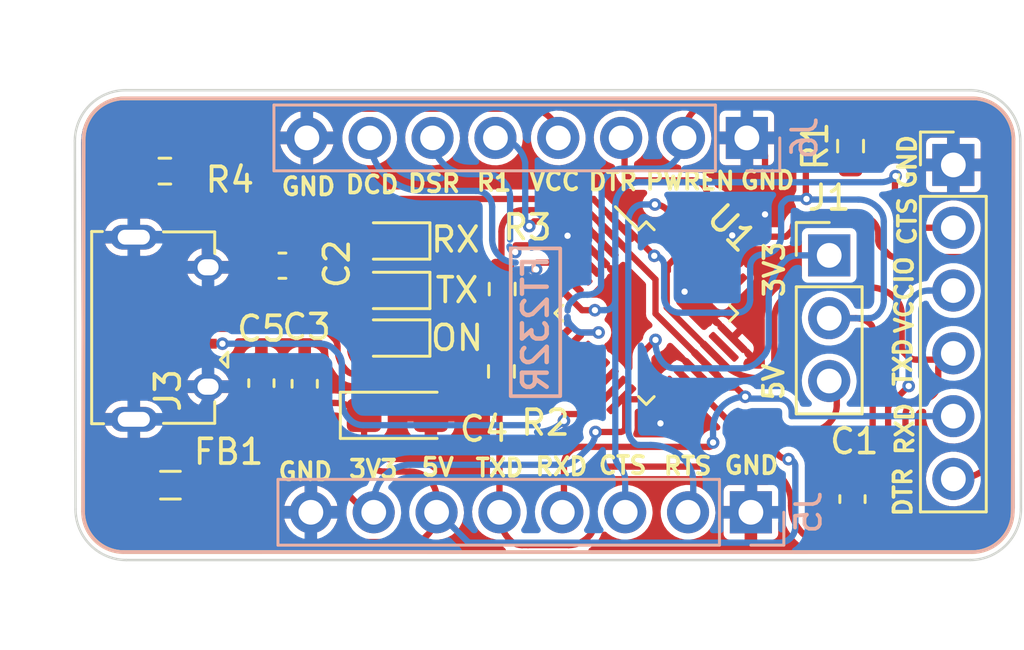
<source format=kicad_pcb>
(kicad_pcb (version 20211014) (generator pcbnew)
  (title_block (title "FDTI MCU Programmer") (date "2022-08-10") (rev "REV1.0"))
  (layers (0 "F.Cu" signal) (31 "B.Cu" signal) (34 "B.Paste" user) (35 "F.Paste" user) (36 "B.SilkS" user "B.Silkscreen") (37 "F.SilkS" user "F.Silkscreen") (38 "B.Mask" user) (39 "F.Mask" user) (44 "Edge.Cuts" user))
  (net 0 "")
  (net 1 "Net-(C1-Pad1)")
  (net 2 "/VCCIO")
  (net 3 "GND")
  (net 4 "VBUS")
  (net 5 "/5V")
  (net 6 "/3V3")
  (net 7 "Net-(D1-Pad1)")
  (net 8 "Net-(D2-Pad1)")
  (net 9 "Net-(D3-Pad2)")
  (net 10 "/CTS")
  (net 11 "/TXD")
  (net 12 "/RXD")
  (net 13 "/DTR")
  (net 14 "USBDM")
  (net 15 "USBDP")
  (net 16 "/RTS")
  (net 17 "/PWREN")
  (net 18 "/R1")
  (net 19 "/DSR")
  (net 20 "/DCD")
  (footprint "Footprints:USB_Micro-AB_Molex_47590-0001" (layer "F.Cu") (at 127.094 58.9788 -90)
    (fp_text reference "J3")
    (fp_text value "USB_B_Micro")
  )
  (footprint "LED_SMD:LED_0603_1608Metric" (layer "F.Cu") (at 137.575 57.475 180)
    (fp_text reference "TX")
    (fp_text value "LED(RED)")
  )
  (footprint "LED_SMD:LED_0603_1608Metric" (layer "F.Cu") (at 137.575 59.4 180)
    (fp_text reference "ON")
    (fp_text value "LED(BLUE)")
  )
  (footprint "Resistor_SMD:R_0603_1608Metric" (layer "F.Cu") (at 141.98 57.42 90)
    (fp_text reference "R3")
    (fp_text value "270R")
  )
  (footprint "Capacitor_SMD:C_0603_1608Metric" (layer "F.Cu") (at 134 61.25 -90)
    (fp_text reference "C3")
    (fp_text value "100nF")
  )
  (footprint "Resistor_SMD:R_0603_1608Metric" (layer "F.Cu") (at 156.0576 51.6382 90)
    (fp_text reference "R1")
    (fp_text value "10K")
  )
  (footprint "Inductor_SMD:L_0805_2012Metric" (layer "F.Cu") (at 128.575 65.35)
    (fp_text reference "FB1")
    (fp_text value "FerriteBead_Small")
  )
  (footprint "Capacitor_Tantalum_SMD:CP_EIA-3216-10_Kemet-I" (layer "F.Cu") (at 137.75 62.525)
    (fp_text reference "C4")
    (fp_text value "4.7uF")
  )
  (footprint "LED_SMD:LED_0603_1608Metric" (layer "F.Cu") (at 137.575 55.475 180)
    (fp_text reference "RX")
    (fp_text value "LED(YELLOW)")
  )
  (footprint "Package_QFP:LQFP-32_5x5mm_P0.5mm" (layer "F.Cu") (at 147.8026 58.3946 -45)
    (fp_text reference "U1")
    (fp_text value "FT232RQ")
  )
  (footprint "Footprints:PinHeader_1x06_P2.54mm_Vertical" (layer "F.Cu") (at 160.21 52.4)
    (fp_text reference "J2" hide)
    (fp_text value "MCU IO")
  )
  (footprint "Footprints:PinHeader_1x03_P2.54mm_Vertical" (layer "F.Cu") (at 155.194 56.0578)
    (fp_text reference "J1")
    (fp_text value "VCC MCU Select")
  )
  (footprint "Capacitor_SMD:C_0603_1608Metric" (layer "F.Cu") (at 132.25 61.225 90)
    (fp_text reference "C5")
    (fp_text value "100nF")
  )
  (footprint "Capacitor_SMD:C_0603_1608Metric" (layer "F.Cu") (at 156.1338 65.913 -90)
    (fp_text reference "C1")
    (fp_text value "100nF")
  )
  (footprint "Resistor_SMD:R_0603_1608Metric" (layer "F.Cu") (at 128.35 52.65 180)
    (fp_text reference "R4")
    (fp_text value "270R")
  )
  (footprint "Resistor_SMD:R_0603_1608Metric" (layer "F.Cu") (at 141.95 60.75 -90)
    (fp_text reference "R2")
    (fp_text value "270R")
  )
  (footprint "Capacitor_SMD:C_0603_1608Metric" (layer "F.Cu") (at 133.1 56.475)
    (fp_text reference "C2")
    (fp_text value "10nF")
  )
  (footprint "Footprints:PinHeader_1x08_P2.54mm_Vertical" (layer "B.Cu") (at 152.0294 66.4464 90)
    (fp_text reference "J5")
    (fp_text value "BreadBoard IO")
  )
  (footprint "Footprints:PinHeader_1x08_P2.54mm_Vertical" (layer "B.Cu") (at 151.8666 51.308 90)
    (fp_text reference "J6")
    (fp_text value "BreadBoard IO")
  )
  (gr_rect (start 142.325 55.775) (end 144.325 61.75) (layer "B.SilkS") (width 0.15) (fill none))
  (gr_arc (start 162.610995 66.430649) (mid 162.118474 67.581688) (end 160.959995 68.056444) (layer "B.SilkS") (width 0.15))
  (gr_line (start 162.636395 51.3588) (end 162.610995 66.430649) (layer "B.SilkS") (width 0.15))
  (gr_line (start 126.669995 68.056444) (end 160.959995 68.056444) (layer "B.SilkS") (width 0.15))
  (gr_arc (start 161.0106 49.7078) (mid 162.161639 50.200321) (end 162.636395 51.3588) (layer "B.SilkS") (width 0.15))
  (gr_arc (start 125.0696 51.333595) (mid 125.562121 50.182556) (end 126.7206 49.7078) (layer "B.SilkS") (width 0.15))
  (gr_line (start 126.7206 49.7078) (end 161.0106 49.7078) (layer "B.SilkS") (width 0.15))
  (gr_line (start 125.0696 51.333595) (end 125.0442 66.405444) (layer "B.SilkS") (width 0.15))
  (gr_arc (start 126.669995 68.056444) (mid 125.518956 67.563923) (end 125.0442 66.405444) (layer "B.SilkS") (width 0.15))
  (gr_line (start 125.0696 51.333595) (end 125.0442 66.405444) (layer "F.SilkS") (width 0.15))
  (gr_arc (start 125.0696 51.333595) (mid 125.562044 50.182478) (end 126.7206 49.7078) (layer "F.SilkS") (width 0.15))
  (gr_line (start 162.636395 51.3588) (end 162.610995 66.430649) (layer "F.SilkS") (width 0.15))
  (gr_line (start 126.7206 49.7078) (end 161.0106 49.7078) (layer "F.SilkS") (width 0.15))
  (gr_arc (start 126.669995 68.056444) (mid 125.518878 67.564) (end 125.0442 66.405444) (layer "F.SilkS") (width 0.15))
  (gr_line (start 126.669995 68.056444) (end 160.959995 68.056444) (layer "F.SilkS") (width 0.15))
  (gr_arc (start 161.0106 49.7078) (mid 162.161717 50.200244) (end 162.636395 51.3588) (layer "F.SilkS") (width 0.15))
  (gr_arc (start 162.610995 66.430649) (mid 162.118551 67.581766) (end 160.959995 68.056444) (layer "F.SilkS") (width 0.15))
  (gr_line (start 124.714 51.435) (end 124.7394 66.3194) (layer "Edge.Cuts") (width 0.1))
  (gr_arc (start 126.7968 68.3768) (mid 125.341999 67.774201) (end 124.7394 66.3194) (layer "Edge.Cuts") (width 0.1))
  (gr_arc (start 160.8582 49.3776) (mid 162.313001 49.980199) (end 162.9156 51.435) (layer "Edge.Cuts") (width 0.1))
  (gr_line (start 126.7714 49.3776) (end 160.8582 49.3776) (layer "Edge.Cuts") (width 0.1))
  (gr_line (start 126.7968 68.3768) (end 160.8836 68.3768) (layer "Edge.Cuts") (width 0.1))
  (gr_line (start 162.9156 51.435) (end 162.941 66.3194) (layer "Edge.Cuts") (width 0.1))
  (gr_arc (start 162.941 66.3194) (mid 162.338401 67.774201) (end 160.8836 68.3768) (layer "Edge.Cuts") (width 0.1))
  (gr_arc (start 124.714 51.435) (mid 125.316599 49.980199) (end 126.7714 49.3776) (layer "Edge.Cuts") (width 0.1))
  (gr_text "FT232R" (at 143.325 58.825 90) (layer "B.SilkS") (effects (font (size 1 1) (thickness 0.18)) (justify mirror)))
  (gr_text "5V" (at 139.375 64.625) (layer "F.SilkS") (effects (font (size 0.7 0.7))))
  (gr_text "GND" (at 134.15 53.275) (layer "F.SilkS") (effects (font (size 0.7 0.7))))
  (gr_text "GND" (at 134.025 64.8) (layer "F.SilkS") (effects (font (size 0.7 0.7))))
  (gr_text "RXD" (at 144.375 64.6) (layer "F.SilkS") (effects (font (size 0.7 0.7))))
  (gr_text "TXD" (at 141.875 64.65) (layer "F.SilkS") (effects (font (size 0.7 0.7))))
  (gr_text "5V" (at 152.95 61.175 90) (layer "F.SilkS") (effects (font (size 0.8 0.8))))
  (gr_text "TXD" (at 158.175 60.375 90) (layer "F.SilkS") (effects (font (size 0.7 0.7))))
  (gr_text "CTS\n" (at 146.85 64.55) (layer "F.SilkS") (effects (font (size 0.7 0.7))))
  (gr_text "VCCIO" (at 158.225 57.65 90) (layer "F.SilkS") (effects (font (size 0.7 0.7))))
  (gr_text "DTR" (at 146.45 53.075) (layer "F.SilkS") (effects (font (size 0.7 0.7))))
  (gr_text "PWREN" (at 149.575 53.05) (layer "F.SilkS") (effects (font (size 0.7 0.7))))
  (gr_text "DSR" (at 139.225 53.15) (layer "F.SilkS") (effects (font (size 0.7 0.7))))
  (gr_text "DTR" (at 158.175 65.625 90) (layer "F.SilkS") (effects (font (size 0.7 0.7))))
  (gr_text "CTS" (at 158.35 54.675 90) (layer "F.SilkS") (effects (font (size 0.7 0.7))))
  (gr_text "3V3" (at 152.975 56.625 90) (layer "F.SilkS") (effects (font (size 0.8 0.8))))
  (gr_text "3V3" (at 136.775 64.7) (layer "F.SilkS") (effects (font (size 0.7 0.7))))
  (gr_text "R1" (at 141.65 53.1) (layer "F.SilkS") (effects (font (size 0.7 0.7))))
  (gr_text "GND" (at 152.7 53.025) (layer "F.SilkS") (effects (font (size 0.7 0.7))))
  (gr_text "GND" (at 158.35 52.275 90) (layer "F.SilkS") (effects (font (size 0.7 0.7))))
  (gr_text "RTS" (at 149.475 64.575) (layer "F.SilkS") (effects (font (size 0.7 0.7))))
  (gr_text "DCD" (at 136.725 53.2) (layer "F.SilkS") (effects (font (size 0.7 0.7))))
  (gr_text "RXD" (at 158.25 63.075 90) (layer "F.SilkS") (effects (font (size 0.7 0.7))))
  (gr_text "GND" (at 152.05 64.55) (layer "F.SilkS") (effects (font (size 0.7 0.7))))
  (gr_text "VCC" (at 144.1 53.075) (layer "F.SilkS") (effects (font (size 0.7 0.7))))
  (segment (start 157.575 62.171923) (end 157.575 64.446447) (width 0.254) (layer "F.Cu") (net 1))
  (segment (start 157.11255 65.138) (end 156.1338 65.138) (width 0.254) (layer "F.Cu") (net 1))
  (segment (start 158.405116 61.341807) (end 157.575 62.171923) (width 0.254) (layer "F.Cu") (net 1))
  (via (at 158.405116 61.341807) (size 0.508) (drill 0.254) (layers "F.Cu" "B.Cu") (net 1))
  (arc (start 157.325 65.05) (mid 157.227527 65.11513) (end 157.11255 65.138) (width 0.254) (layer "F.Cu") (net 1))
  (arc (start 157.575 64.446447) (mid 157.510032 64.773088) (end 157.325 65.05) (width 0.254) (layer "F.Cu") (net 1))
  (segment (start 160.21 57.48) (end 159.216482 57.48) (width 0.254) (layer "B.Cu") (net 1))
  (segment (start 158.405116 58.255846) (end 158.405116 61.341807) (width 0.254) (layer "B.Cu") (net 1))
  (arc (start 159.216482 57.48) (mid 158.896375 57.543673) (end 158.625 57.725) (width 0.254) (layer "B.Cu") (net 1))
  (arc (start 158.625 57.725) (mid 158.462262 57.968554) (end 158.405116 58.255846) (width 0.254) (layer "B.Cu") (net 1))
  (segment (start 154.25 51.875) (end 154.25 53.714645) (width 0.254) (layer "F.Cu") (net 2))
  (segment (start 136.7125 55.5) (end 136.7125 57.35429) (width 0.254) (layer "F.Cu") (net 2))
  (segment (start 154.55 65.896447) (end 154.55 64.625) (width 0.254) (layer "F.Cu") (net 2))
  (segment (start 145.675 53.792126) (end 145.675 53.775) (width 0.254) (layer "F.Cu") (net 2))
  (segment (start 156.1338 66.688) (end 155.253872 66.688) (width 0.254) (layer "F.Cu") (net 2))
  (segment (start 154.832843 63.942158) (end 154.875 63.9) (width 0.254) (layer "F.Cu") (net 2))
  (segment (start 156.95 63.148224) (end 156.95 59.031066) (width 0.254) (layer "F.Cu") (net 2))
  (segment (start 156.0576 50.8132) (end 155.3118 50.8132) (width 0.254) (layer "F.Cu") (net 2))
  (segment (start 147.080275 55.030275) (end 148.125 56.075) (width 0.254) (layer "F.Cu") (net 2))
  (segment (start 155.418198 63.675) (end 156.281802 63.675) (width 0.254) (layer "F.Cu") (net 2))
  (segment (start 145.675 53.775) (end 137.4 53.775) (width 0.254) (layer "F.Cu") (net 2))
  (segment (start 146.794973 54.912099) (end 145.675 53.792126) (width 0.254) (layer "F.Cu") (net 2))
  (segment (start 136.625 54.55) (end 136.625 55.288757) (width 0.254) (layer "F.Cu") (net 2))
  (segment (start 156.266136 58.5978) (end 155.194 58.5978) (width 0.254) (layer "F.Cu") (net 2))
  (via (at 154.275 53.775) (size 0.508) (drill 0.254) (layers "F.Cu" "B.Cu") (net 2))
  (via (at 148.125 56.075) (size 0.508) (drill 0.254) (layers "F.Cu" "B.Cu") (net 2))
  (arc (start 156.281802 63.675) (mid 156.575779 63.616524) (end 156.825 63.45) (width 0.254) (layer "F.Cu") (net 2))
  (arc (start 137.4 53.775) (mid 136.851992 54.001992) (end 136.625 54.55) (width 0.254) (layer "F.Cu") (net 2))
  (arc (start 154.875 63.9) (mid 155.124221 63.733476) (end 155.418198 63.675) (width 0.254) (layer "F.Cu") (net 2))
  (arc (start 146.794973 54.912099) (mid 146.949377 54.942812) (end 147.080275 55.030275) (width 0.254) (layer "F.Cu") (net 2))
  (arc (start 136.7125 57.35429) (mid 136.699505 57.419618) (end 136.6625 57.475) (width 0.254) (layer "F.Cu") (net 2))
  (arc (start 136.625 55.288757) (mid 136.647741 55.403081) (end 136.7125 55.5) (width 0.254) (layer "F.Cu") (net 2))
  (arc (start 156.875 58.85) (mid 156.595651 58.663344) (end 156.266136 58.5978) (width 0.254) (layer "F.Cu") (net 2))
  (arc (start 155.253872 66.688) (mid 155.008238 66.63914) (end 154.8 66.5) (width 0.254) (layer "F.Cu") (net 2))
  (arc (start 156.95 59.031066) (mid 156.930508 58.933074) (end 156.875 58.85) (width 0.254) (layer "F.Cu") (net 2))
  (arc (start 154.25 53.714645) (mid 154.256498 53.747308) (end 154.275 53.775) (width 0.254) (layer "F.Cu") (net 2))
  (arc (start 155.3118 50.8132) (mid 154.560994 51.124194) (end 154.25 51.875) (width 0.254) (layer "F.Cu") (net 2))
  (arc (start 156.825 63.45) (mid 156.917514 63.311544) (end 156.95 63.148224) (width 0.254) (layer "F.Cu") (net 2))
  (arc (start 154.8 66.5) (mid 154.614973 66.223088) (end 154.55 65.896447) (width 0.254) (layer "F.Cu") (net 2))
  (arc (start 154.55 64.625) (mid 154.623508 64.255448) (end 154.832843 63.942158) (width 0.254) (layer "F.Cu") (net 2))
  (segment (start 156.375 53.8) (end 154.310355 53.8) (width 0.254) (layer "B.Cu") (net 2))
  (segment (start 152 57.85) (end 152 56.525) (width 0.254) (layer "B.Cu") (net 2))
  (segment (start 148.525 56.475) (end 148.525 57.75) (width 0.254) (layer "B.Cu") (net 2))
  (segment (start 153.625 53.75) (end 154.189645 53.75) (width 0.254) (layer "B.Cu") (net 2))
  (segment (start 153.25 55.275) (end 153.25 54.106066) (width 0.254) (layer "B.Cu") (net 2))
  (segment (start 153.325 53.925) (end 153.411611 53.838389) (width 0.254) (layer "B.Cu") (net 2))
  (segment (start 157.175 54.15) (end 157.143199 54.118199) (width 0.254) (layer "B.Cu") (net 2))
  (segment (start 157.15 58.45) (end 157.17019 58.42981) (width 0.254) (layer "B.Cu") (net 2))
  (segment (start 149.15 58.375) (end 151.475 58.375) (width 0.254) (layer "B.Cu") (net 2))
  (segment (start 155.194 58.5978) (end 156.79318 58.5978) (width 0.254) (layer "B.Cu") (net 2))
  (segment (start 157.4 57.875) (end 157.4 54.693198) (width 0.254) (layer "B.Cu") (net 2))
  (arc (start 157.4 54.693198) (mid 157.341524 54.399221) (end 157.175 54.15) (width 0.254) (layer "B.Cu") (net 2))
  (arc (start 153.25 54.106066) (mid 153.269492 54.008074) (end 153.325 53.925) (width 0.254) (layer "B.Cu") (net 2))
  (arc (start 157.143199 54.118199) (mid 156.790747 53.882697) (end 156.375 53.8) (width 0.254) (layer "B.Cu") (net 2))
  (arc (start 157.17019 58.42981) (mid 157.340275 58.175261) (end 157.4 57.875) (width 0.254) (layer "B.Cu") (net 2))
  (arc (start 152.5 56.025) (mid 153.03033 55.80533) (end 153.25 55.275) (width 0.254) (layer "B.Cu") (net 2))
  (arc (start 152 56.525) (mid 152.146447 56.171447) (end 152.5 56.025) (width 0.254) (layer "B.Cu") (net 2))
  (arc (start 148.125 56.075) (mid 148.407843 56.192157) (end 148.525 56.475) (width 0.254) (layer "B.Cu") (net 2))
  (arc (start 156.79318 58.5978) (mid 156.98629 58.559388) (end 157.15 58.45) (width 0.254) (layer "B.Cu") (net 2))
  (arc (start 151.475 58.375) (mid 151.846231 58.221231) (end 152 57.85) (width 0.254) (layer "B.Cu") (net 2))
  (arc (start 153.411611 53.838389) (mid 153.509514 53.772972) (end 153.625 53.75) (width 0.254) (layer "B.Cu") (net 2))
  (arc (start 148.525 57.75) (mid 148.708058 58.191942) (end 149.15 58.375) (width 0.254) (layer "B.Cu") (net 2))
  (segment (start 149.419722 60.365276) (end 149.870887 60.816441) (width 0.254) (layer "F.Cu") (net 3))
  (segment (start 148.375 60.45) (end 148.515901 60.309099) (width 0.254) (layer "F.Cu") (net 3))
  (segment (start 144.904026 55.175) (end 144.575 55.175) (width 0.254) (layer "F.Cu") (net 3))
  (segment (start 145.734313 55.972759) (end 145.701785 55.972759) (width 0.254) (layer "F.Cu") (net 3))
  (segment (start 151.775 56.189967) (end 150.931548 57.033419) (width 0.254) (layer "F.Cu") (net 3))
  (segment (start 127.094 58.9788) (end 127.094 62.6872) (width 0.254) (layer "F.Cu") (net 3))
  (segment (start 148.15 61.225) (end 148.15 60.993198) (width 0.254) (layer "F.Cu") (net 3))
  (segment (start 145.701785 55.972759) (end 145.202013 55.472987) (width 0.254) (layer "F.Cu") (net 3))
  (segment (start 149.5 57.525) (end 149.35 57.525) (width 0.254) (layer "F.Cu") (net 3))
  (segment (start 148.796355 61.871355) (end 148.15 61.225) (width 0.254) (layer "F.Cu") (net 3))
  (segment (start 152.6 52.0414) (end 152.6 54.4) (width 0.254) (layer "F.Cu") (net 3))
  (segment (start 127.094 55.3212) (end 127.094 58.9788) (width 0.254) (layer "F.Cu") (net 3))
  (segment (start 151.275 55.25) (end 151.775 55.75) (width 0.254) (layer "F.Cu") (net 3))
  (segment (start 144.575 55.175) (end 144.575 55.217229) (width 0.254) (layer "F.Cu") (net 3))
  (segment (start 151.775 55.75) (end 151.775 56.189967) (width 0.254) (layer "F.Cu") (net 3))
  (via (at 148.375 62.85) (size 0.508) (drill 0.254) (layers "F.Cu" "B.Cu") (net 3))
  (via (at 152.6 54.4) (size 0.508) (drill 0.254) (layers "F.Cu" "B.Cu") (net 3))
  (via (at 149.35 57.525) (size 0.508) (drill 0.254) (layers "F.Cu" "B.Cu") (net 3))
  (via (at 151.275 55.25) (size 0.508) (drill 0.254) (layers "F.Cu" "B.Cu") (net 3))
  (via (at 144.621271 55.2635) (size 0.508) (drill 0.254) (layers "F.Cu" "B.Cu") (net 3))
  (arc (start 148.810227 61.877101) (mid 148.80272 61.875608) (end 148.796355 61.871355) (width 0.254) (layer "F.Cu") (net 3))
  (arc (start 144.575 55.217229) (mid 144.588552 55.249948) (end 144.621271 55.2635) (width 0.254) (layer "F.Cu") (net 3))
  (arc (start 151.8666 51.308) (mid 152.385192 51.522808) (end 152.6 52.0414) (width 0.254) (layer "F.Cu") (net 3))
  (arc (start 145.202013 55.472987) (mid 145.114735 55.262278) (end 144.904026 55.175) (width 0.254) (layer "F.Cu") (net 3))
  (arc (start 148.515901 60.309099) (mid 148.692127 60.191349) (end 148.9 60.15) (width 0.254) (layer "F.Cu") (net 3))
  (arc (start 148.15 60.993198) (mid 148.208476 60.699222) (end 148.375 60.45) (width 0.254) (layer "F.Cu") (net 3))
  (arc (start 148.9 60.15) (mid 149.181272 60.205948) (end 149.419722 60.365276) (width 0.254) (layer "F.Cu") (net 3))
  (segment (start 152.6 54.4) (end 152.125 54.4) (width 0.254) (layer "B.Cu") (net 3))
  (segment (start 127.094 62.6872) (end 128.7732 62.6872) (width 0.254) (layer "B.Cu") (net 3))
  (arc (start 152.125 54.4) (mid 151.523959 54.648959) (end 151.275 55.25) (width 0.254) (layer "B.Cu") (net 3))
  (arc (start 128.7732 62.6872) (mid 129.707147 62.300347) (end 130.094 61.3664) (width 0.254) (layer "B.Cu") (net 3))
  (segment (start 128.525 60.925) (end 128.525 64.3375) (width 0.254) (layer "F.Cu") (net 4))
  (segment (start 133.423224 55.1) (end 131.810355 55.1) (width 0.25) (layer "F.Cu") (net 4))
  (segment (start 131.75 55.075) (end 131.356067 54.681067) (width 0.25) (layer "F.Cu") (net 4))
  (segment (start 129.769 60.157061) (end 129.767739 60.1558) (width 0.254) (layer "F.Cu") (net 4))
  (segment (start 129.3 54.425) (end 129.95 54.425) (width 0.254) (layer "F.Cu") (net 4))
  (segment (start 129.767739 60.1558) (end 129.2942 60.1558) (width 0.254) (layer "F.Cu") (net 4))
  (segment (start 129.95 54.425) (end 130.737868 54.425) (width 0.254) (layer "F.Cu") (net 4))
  (segment (start 129.1 55.1) (end 129.651256 54.548744) (width 0.254) (layer "F.Cu") (net 4))
  (segment (start 128.5 50.125) (end 143.0636 50.125) (width 0.254) (layer "F.Cu") (net 4))
  (segment (start 128.525 60.925) (end 128.525 56.488172) (width 0.254) (layer "F.Cu") (net 4))
  (segment (start 133.875 56.475) (end 133.875 55.587132) (width 0.25) (layer "F.Cu") (net 4))
  (segment (start 127.525 52.65) (end 127.525 51.1) (width 0.254) (layer "F.Cu") (net 4))
  (arc (start 128.525 56.488172) (mid 128.674437 55.736899) (end 129.1 55.1) (width 0.254) (layer "F.Cu") (net 4))
  (arc (start 127.525 51.1) (mid 127.810571 50.410571) (end 128.5 50.125) (width 0.254) (layer "F.Cu") (net 4))
  (arc (start 143.0636 50.125) (mid 143.900107 50.471493) (end 144.2466 51.308) (width 0.254) (layer "F.Cu") (net 4))
  (arc (start 133.875 55.587132) (mid 133.836016 55.391148) (end 133.725 55.225) (width 0.25) (layer "F.Cu") (net 4))
  (arc (start 127.525 52.65) (mid 128.044885 53.905115) (end 129.3 54.425) (width 0.254) (layer "F.Cu") (net 4))
  (arc (start 129.2942 60.1558) (mid 128.750293 60.381093) (end 128.525 60.925) (width 0.254) (layer "F.Cu") (net 4))
  (arc (start 131.810355 55.1) (mid 131.777691 55.093503) (end 131.75 55.075) (width 0.25) (layer "F.Cu") (net 4))
  (arc (start 129.651256 54.548744) (mid 129.788321 54.45716) (end 129.95 54.425) (width 0.254) (layer "F.Cu") (net 4))
  (arc (start 131.356067 54.681067) (mid 131.072435 54.49155) (end 130.737868 54.425) (width 0.25) (layer "F.Cu") (net 4))
  (arc (start 133.725 55.225) (mid 133.586544 55.132486) (end 133.423224 55.1) (width 0.25) (layer "F.Cu") (net 4))
  (arc (start 128.525 64.3375) (mid 128.228446 65.053446) (end 127.5125 65.35) (width 0.254) (layer "F.Cu") (net 4))
  (segment (start 129.6375 65.35) (end 131.175 65.35) (width 0.254) (layer "F.Cu") (net 5))
  (segment (start 138.925 67.4) (end 138.941056 67.383944) (width 0.254) (layer "F.Cu") (net 5))
  (segment (start 155.175 62.85) (end 155.199479 62.825521) (width 0.254) (layer "F.Cu") (net 5))
  (segment (start 149.564552 61.189553) (end 150.1 61.725) (width 0.254) (layer "F.Cu") (net 5))
  (segment (start 152.075 63.175) (end 152.975 63.175) (width 0.254) (layer "F.Cu") (net 5))
  (segment (start 152.975 63.725) (end 152.975 63.175) (width 0.254) (layer "F.Cu") (net 5))
  (segment (start 155.5 62.1) (end 155.5 61.876549) (width 0.254) (layer "F.Cu") (net 5))
  (segment (start 138.25 67.65) (end 138.321447 67.65) (width 0.254) (layer "F.Cu") (net 5))
  (segment (start 139.3294 65.859886) (end 139.3294 66.4464) (width 0.254) (layer "F.Cu") (net 5))
  (segment (start 132.269454 67.344455) (end 132.425 67.5) (width 0.254) (layer "F.Cu") (net 5))
  (segment (start 152.975 63.175) (end 154.390381 63.175) (width 0.254) (layer "F.Cu") (net 5))
  (segment (start 132.787132 67.65) (end 138.25 67.65) (width 0.254) (layer "F.Cu") (net 5))
  (segment (start 136.4 62.525) (end 136.4 63.911092) (width 0.254) (layer "F.Cu") (net 5))
  (segment (start 137.218198 64.8) (end 138.240381 64.8) (width 0.254) (layer "F.Cu") (net 5))
  (segment (start 131.729809 65.57981) (end 131.85 65.7) (width 0.254) (layer "F.Cu") (net 5))
  (segment (start 132.075 66.243198) (end 132.075 66.875) (width 0.254) (layer "F.Cu") (net 5))
  (segment (start 134 62.025) (end 135.192894 62.025) (width 0.254) (layer "F.Cu") (net 5))
  (segment (start 150.1 61.725) (end 151.178768 62.803768) (width 0.254) (layer "F.Cu") (net 5))
  (via (at 153.55 64.3) (size 0.508) (drill 0.254) (layers "F.Cu" "B.Cu") (net 5))
  (arc (start 149.517334 61.169994) (mid 149.542888 61.175077) (end 149.564552 61.189553) (width 0.254) (layer "F.Cu") (net 5))
  (arc (start 135.192894 62.025) (mid 135.846175 62.154946) (end 136.4 62.525) (width 0.254) (layer "F.Cu") (net 5))
  (arc (start 136.675 64.575) (mid 136.924221 64.741524) (end 137.218198 64.8) (width 0.254) (layer "F.Cu") (net 5))
  (arc (start 138.321447 67.65) (mid 138.648088 67.585027) (end 138.925 67.4) (width 0.254) (layer "F.Cu") (net 5))
  (arc (start 138.240381 64.8) (mid 138.665013 64.884465) (end 139.025 65.125) (width 0.254) (layer "F.Cu") (net 5))
  (arc (start 136.4 63.911092) (mid 136.47147 64.270396) (end 136.675 64.575) (width 0.254) (layer "F.Cu") (net 5))
  (arc (start 138.941056 67.383944) (mid 139.228473 66.953795) (end 139.3294 66.4464) (width 0.254) (layer "F.Cu") (net 5))
  (arc (start 155.5 61.876549) (mid 155.420473 61.476741) (end 155.194 61.1378) (width 0.254) (layer "F.Cu") (net 5))
  (arc (start 132.075 66.875) (mid 132.125537 67.129067) (end 132.269454 67.344455) (width 0.254) (layer "F.Cu") (net 5))
  (arc (start 131.85 65.7) (mid 132.016524 65.949221) (end 132.075 66.243198) (width 0.254) (layer "F.Cu") (net 5))
  (arc (start 139.025 65.125) (mid 139.250289 65.462169) (end 139.3294 65.859886) (width 0.254) (layer "F.Cu") (net 5))
  (arc (start 153.55 64.3) (mid 153.143414 64.131586) (end 152.975 63.725) (width 0.254) (layer "F.Cu") (net 5))
  (arc (start 154.390381 63.175) (mid 154.815014 63.090535) (end 155.175 62.85) (width 0.254) (layer "F.Cu") (net 5))
  (arc (start 151.178768 62.803768) (mid 151.589963 63.07852) (end 152.075 63.175) (width 0.254) (layer "F.Cu") (net 5))
  (arc (start 132.425 67.5) (mid 132.591148 67.611016) (end 132.787132 67.65) (width 0.254) (layer "F.Cu") (net 5))
  (arc (start 155.199479 62.825521) (mid 155.421897 62.492649) (end 155.5 62.1) (width 0.254) (layer "F.Cu") (net 5))
  (arc (start 131.175 65.35) (mid 131.475261 65.409726) (end 131.729809 65.57981) (width 0.254) (layer "F.Cu") (net 5))
  (segment (start 153.825 64.575) (end 153.825 67.025) (width 0.254) (layer "B.Cu") (net 5))
  (segment (start 153.175 67.675) (end 140.69571 67.675) (width 0.254) (layer "B.Cu") (net 5))
  (segment (start 140.575 67.625) (end 139.443776 66.493776) (width 0.254) (layer "B.Cu") (net 5))
  (arc (start 139.443776 66.493776) (mid 139.3913 66.458713) (end 139.3294 66.4464) (width 0.254) (layer "B.Cu") (net 5))
  (arc (start 153.55 64.3) (mid 153.744454 64.380546) (end 153.825 64.575) (width 0.254) (layer "B.Cu") (net 5))
  (arc (start 153.825 67.025) (mid 153.634619 67.484619) (end 153.175 67.675) (width 0.254) (layer "B.Cu") (net 5))
  (arc (start 140.69571 67.675) (mid 140.630382 67.662005) (end 140.575 67.625) (width 0.254) (layer "B.Cu") (net 5))
  (segment (start 132.25 62) (end 132.25 63.637868) (width 0.254) (layer "F.Cu") (net 6))
  (segment (start 135.9 65.875) (end 136.24654 66.22154) (width 0.254) (layer "F.Cu") (net 6))
  (segment (start 146.95 63) (end 146.95 62.032128) (width 0.254) (layer "F.Cu") (net 6))
  (segment (start 147.625 61.877101) (end 147.625 60.175) (width 0.254) (layer "F.Cu") (net 6))
  (segment (start 132.762132 64.15) (end 135.183579 64.15) (width 0.254) (layer "F.Cu") (net 6))
  (segment (start 135.425 64.25) (end 135.633578 64.458578) (width 0.254) (layer "F.Cu") (net 6))
  (segment (start 145.75 63.2) (end 146.75 63.2) (width 0.254) (layer "F.Cu") (net 6))
  (segment (start 147.731066 59.918934) (end 148.175 59.475) (width 0.254) (layer "F.Cu") (net 6))
  (segment (start 135.775 64.8) (end 135.775 65.573224) (width 0.254) (layer "F.Cu") (net 6))
  (segment (start 146.794973 61.877101) (end 147.625 61.877101) (width 0.254) (layer "F.Cu") (net 6))
  (via (at 148.175 59.475) (size 0.508) (drill 0.254) (layers "F.Cu" "B.Cu") (net 6))
  (via (at 145.75 63.2) (size 0.508) (drill 0.254) (layers "F.Cu" "B.Cu") (net 6))
  (arc (start 146.95 62.032128) (mid 146.904594 61.922507) (end 146.794973 61.877101) (width 0.254) (layer "F.Cu") (net 6))
  (arc (start 135.775 65.573224) (mid 135.807487 65.736544) (end 135.9 65.875) (width 0.254) (layer "F.Cu") (net 6))
  (arc (start 135.633578 64.458578) (mid 135.738245 64.615224) (end 135.775 64.8) (width 0.254) (layer "F.Cu") (net 6))
  (arc (start 147.625 60.175) (mid 147.652566 60.036418) (end 147.731066 59.918934) (width 0.254) (layer "F.Cu") (net 6))
  (arc (start 135.183579 64.15) (mid 135.314235 64.175989) (end 135.425 64.25) (width 0.254) (layer "F.Cu") (net 6))
  (arc (start 146.75 63.2) (mid 146.891421 63.141421) (end 146.95 63) (width 0.254) (layer "F.Cu") (net 6))
  (arc (start 136.24654 66.22154) (mid 136.495606 66.387961) (end 136.7894 66.4464) (width 0.254) (layer "F.Cu") (net 6))
  (arc (start 132.4 64) (mid 132.566148 64.111016) (end 132.762132 64.15) (width 0.254) (layer "F.Cu") (net 6))
  (arc (start 132.25 63.637868) (mid 132.288984 63.833852) (end 132.4 64) (width 0.254) (layer "F.Cu") (net 6))
  (segment (start 152.5 60.175) (end 152.35052 60.32448) (width 0.254) (layer "B.Cu") (net 6))
  (segment (start 148.175 59.605026) (end 148.175 59.475) (width 0.254) (layer "B.Cu") (net 6))
  (segment (start 136.7894 66.4464) (end 136.7894 66.061986) (width 0.254) (layer "B.Cu") (net 6))
  (segment (start 155.194 56.0578) (end 153.924367 56.0578) (width 0.254) (layer "B.Cu") (net 6))
  (segment (start 138.27604 64.525) (end 144.315381 64.525) (width 0.254) (layer "B.Cu") (net 6))
  (segment (start 152.75 57.844238) (end 152.75 59.571447) (width 0.254) (layer "B.Cu") (net 6))
  (segment (start 145.1 64.2) (end 145.502512 63.797488) (width 0.254) (layer "B.Cu") (net 6))
  (segment (start 151.625 60.625) (end 148.947487 60.625) (width 0.254) (layer "B.Cu") (net 6))
  (arc (start 136.7894 66.061986) (mid 136.909106 65.460184) (end 137.25 64.95) (width 0.254) (layer "B.Cu") (net 6))
  (arc (start 148.525 60.45) (mid 148.265962 60.062323) (end 148.175 59.605026) (width 0.254) (layer "B.Cu") (net 6))
  (arc (start 145.502512 63.797488) (mid 145.68568 63.523358) (end 145.75 63.2) (width 0.254) (layer "B.Cu") (net 6))
  (arc (start 137.25 64.95) (mid 137.720751 64.635454) (end 138.27604 64.525) (width 0.254) (layer "B.Cu") (net 6))
  (arc (start 152.75 59.571447) (mid 152.685027 59.898088) (end 152.5 60.175) (width 0.254) (layer "B.Cu") (net 6))
  (arc (start 144.315381 64.525) (mid 144.740014 64.440535) (end 145.1 64.2) (width 0.254) (layer "B.Cu") (net 6))
  (arc (start 152.35052 60.32448) (mid 152.017648 60.546897) (end 151.625 60.625) (width 0.254) (layer "B.Cu") (net 6))
  (arc (start 148.947487 60.625) (mid 148.718839 60.579519) (end 148.525 60.45) (width 0.254) (layer "B.Cu") (net 6))
  (arc (start 153.4 56.275) (mid 152.91893 56.994972) (end 152.75 57.844238) (width 0.254) (layer "B.Cu") (net 6))
  (arc (start 153.924367 56.0578) (mid 153.640582 56.114248) (end 153.4 56.275) (width 0.254) (layer "B.Cu") (net 6))
  (segment (start 139.3 57.65) (end 138.35821 57.65) (width 0.254) (layer "F.Cu") (net 7))
  (segment (start 139.75 58.025) (end 139.428033 57.703033) (width 0.254) (layer "F.Cu") (net 7))
  (segment (start 141.95 59.925) (end 140.65 59.925) (width 0.254) (layer "F.Cu") (net 7))
  (segment (start 139.9 59.175) (end 139.9 58.387132) (width 0.254) (layer "F.Cu") (net 7))
  (arc (start 140.65 59.925) (mid 140.11967 59.70533) (end 139.9 59.175) (width 0.254) (layer "F.Cu") (net 7))
  (arc (start 139.9 58.387132) (mid 139.861016 58.191148) (end 139.75 58.025) (width 0.254) (layer "F.Cu") (net 7))
  (arc (start 139.428033 57.703033) (mid 139.369291 57.663783) (end 139.3 57.65) (width 0.254) (layer "F.Cu") (net 7))
  (segment (start 140.15 57.475) (end 140.15 56.426776) (width 0.254) (layer "F.Cu") (net 8))
  (segment (start 139.25 55.7) (end 138.770342 55.7) (width 0.254) (layer "F.Cu") (net 8))
  (segment (start 140.025 56.125) (end 139.847488 55.947488) (width 0.254) (layer "F.Cu") (net 8))
  (segment (start 141.935 58.2) (end 140.875 58.2) (width 0.254) (layer "F.Cu") (net 8))
  (arc (start 139.847488 55.947488) (mid 139.573358 55.76432) (end 139.25 55.7) (width 0.254) (layer "F.Cu") (net 8))
  (arc (start 141.98 58.245) (mid 141.96682 58.21318) (end 141.935 58.2) (width 0.254) (layer "F.Cu") (net 8))
  (arc (start 140.875 58.2) (mid 140.362348 57.987652) (end 140.15 57.475) (width 0.254) (layer "F.Cu") (net 8))
  (arc (start 140.15 56.426776) (mid 140.117514 56.263456) (end 140.025 56.125) (width 0.254) (layer "F.Cu") (net 8))
  (arc (start 138.770342 55.7) (mid 138.50903 55.648022) (end 138.2875 55.5) (width 0.254) (layer "F.Cu") (net 8))
  (segment (start 135.931066 59.4) (end 136.7875 59.4) (width 0.254) (layer "F.Cu") (net 9))
  (segment (start 129.175 52.65) (end 131.05 52.65) (width 0.254) (layer "F.Cu") (net 9))
  (segment (start 131.75 53.35) (end 131.75 54.3) (width 0.254) (layer "F.Cu") (net 9))
  (segment (start 135.4 55.992462) (end 135.4 58.762868) (width 0.254) (layer "F.Cu") (net 9))
  (segment (start 132.232842 54.5) (end 134.331802 54.5) (width 0.254) (layer "F.Cu") (net 9))
  (segment (start 135.55 59.125) (end 135.75 59.325) (width 0.254) (layer "F.Cu") (net 9))
  (arc (start 135.75 59.325) (mid 135.833074 59.380508) (end 135.931066 59.4) (width 0.254) (layer "F.Cu") (net 9))
  (arc (start 134.331802 54.5) (mid 134.625778 54.558476) (end 134.875 54.725) (width 0.254) (layer "F.Cu") (net 9))
  (arc (start 134.875 54.725) (mid 135.263557 55.306517) (end 135.4 55.992462) (width 0.254) (layer "F.Cu") (net 9))
  (arc (start 135.4 58.762868) (mid 135.438984 58.958852) (end 135.55 59.125) (width 0.254) (layer "F.Cu") (net 9))
  (arc (start 131.75 54.3) (mid 131.97153 54.448021) (end 132.232842 54.5) (width 0.254) (layer "F.Cu") (net 9))
  (arc (start 131.05 52.65) (mid 131.544975 52.855025) (end 131.75 53.35) (width 0.254) (layer "F.Cu") (net 9))
  (segment (start 145.208126 58.275) (end 144.320099 57.386973) (width 0.254) (layer "F.Cu") (net 10))
  (segment (start 160.21 54.94) (end 159.015 54.94) (width 0.254) (layer "F.Cu") (net 10))
  (segment (start 145.725 58.275) (end 145.208126 58.275) (width 0.254) (layer "F.Cu") (net 10))
  (segment (start 157.85 53.775) (end 157.85 52.910355) (width 0.254) (layer "F.Cu") (net 10))
  (via (at 145.725 58.275) (size 0.508) (drill 0.254) (layers "F.Cu" "B.Cu") (net 10))
  (via (at 157.875 52.85) (size 0.508) (drill 0.254) (layers "F.Cu" "B.Cu") (net 10))
  (arc (start 157.85 52.910355) (mid 157.856497 52.877691) (end 157.875 52.85) (width 0.254) (layer "F.Cu") (net 10))
  (arc (start 159.015 54.94) (mid 158.191221 54.598779) (end 157.85 53.775) (width 0.254) (layer "F.Cu") (net 10))
  (segment (start 146.9494 66.4464) (end 146.9494 65.141749) (width 0.25) (layer "B.Cu") (net 10))
  (segment (start 147.525 53.1) (end 157.271447 53.1) (width 0.254) (layer "B.Cu") (net 10))
  (segment (start 146.125 58.275) (end 145.725 58.275) (width 0.254) (layer "B.Cu") (net 10))
  (segment (start 146.55 57.85) (end 146.55 54.075) (width 0.254) (layer "B.Cu") (net 10))
  (segment (start 146.55 64.177513) (end 146.55 57.85) (width 0.25) (layer "B.Cu") (net 10))
  (arc (start 146.55 54.075) (mid 146.835571 53.385571) (end 147.525 53.1) (width 0.254) (layer "B.Cu") (net 10))
  (arc (start 146.725 64.6) (mid 146.595481 64.406162) (end 146.55 64.177513) (width 0.25) (layer "B.Cu") (net 10))
  (arc (start 146.55 57.85) (mid 146.42552 58.15052) (end 146.125 58.275) (width 0.254) (layer "B.Cu") (net 10))
  (arc (start 146.9494 65.141749) (mid 146.89108 64.848556) (end 146.725 64.6) (width 0.25) (layer "B.Cu") (net 10))
  (arc (start 157.271447 53.1) (mid 157.598088 53.035027) (end 157.875 52.85) (width 0.254) (layer "B.Cu") (net 10))
  (segment (start 158.225 60) (end 158.3409 60.1159) (width 0.254) (layer "F.Cu") (net 11))
  (segment (start 159.6 60.63) (end 159.6 61.225) (width 0.254) (layer "F.Cu") (net 11))
  (segment (start 145.65 65.025) (end 145.65 67.05) (width 0.254) (layer "F.Cu") (net 11))
  (segment (start 141.8694 66.4464) (end 141.8694 61.6556) (width 0.254) (layer "F.Cu") (net 11))
  (segment (start 154.125 67.3) (end 154.109619 67.28462) (width 0.254) (layer "F.Cu") (net 11))
  (segment (start 148.629 58.16034) (end 148.629 56.721) (width 0.254) (layer "F.Cu") (net 11))
  (segment (start 150.577994 60.109334) (end 148.629 58.16034) (width 0.254) (layer "F.Cu") (net 11))
  (segment (start 145.508579 67.391422) (end 145.45 67.45) (width 0.254) (layer "F.Cu") (net 11))
  (segment (start 152.29467 64.6) (end 146.075 64.6) (width 0.254) (layer "F.Cu") (net 11))
  (segment (start 150.577994 60.109334) (end 150.888136 60.419476) (width 0.254) (layer "F.Cu") (net 11))
  (segment (start 143.025 67.775) (end 142.782842 67.775) (width 0.254) (layer "F.Cu") (net 11))
  (segment (start 141.8694 66.53544) (end 141.8694 66.4464) (width 0.254) (layer "F.Cu") (net 11))
  (segment (start 152.947488 60.777512) (end 152.975 60.75) (width 0.254) (layer "F.Cu") (net 11))
  (segment (start 148.675 56.675) (end 148.675 56.46154) (width 0.254) (layer "F.Cu") (net 11))
  (segment (start 153.65 66.175) (end 153.65 66.061396) (width 0.254) (layer "F.Cu") (net 11))
  (segment (start 148.675 56.46154) (end 149.517334 55.619206) (width 0.254) (layer "F.Cu") (net 11))
  (segment (start 152.975 60.75) (end 152.975 58.609619) (width 0.254) (layer "F.Cu") (net 11))
  (segment (start 154.446751 57.35) (end 156.82396 57.35) (width 0.254) (layer "F.Cu") (net 11))
  (segment (start 158.125 58.438908) (end 158.125 59.758579) (width 0.254) (layer "F.Cu") (net 11))
  (segment (start 157.26967 67.55) (end 154.728553 67.55) (width 0.254) (layer "F.Cu") (net 11))
  (segment (start 158.725 60.275) (end 159.594376 60.275) (width 0.254) (layer "F.Cu") (net 11))
  (segment (start 158.275 62.55) (end 158.275 66.933579) (width 0.254) (layer "F.Cu") (net 11))
  (segment (start 144.665381 67.775) (end 143.025 67.775) (width 0.254) (layer "F.Cu") (net 11))
  (arc (start 153.65 66.061396) (mid 153.533049 65.473443) (end 153.2 64.975) (width 0.254) (layer "F.Cu") (net 11))
  (arc (start 153.3 57.825) (mid 153.826133 57.473449) (end 154.446751 57.35) (width 0.254) (layer "F.Cu") (net 11))
  (arc (start 156.82396 57.35) (mid 157.379249 57.460454) (end 157.85 57.775) (width 0.254) (layer "F.Cu") (net 11))
  (arc (start 146.075 64.6) (mid 145.77448 64.72448) (end 145.65 65.025) (width 0.254) (layer "F.Cu") (net 11))
  (arc (start 158.275 66.933579) (mid 158.249011 67.064235) (end 158.175 67.175) (width 0.254) (layer "F.Cu") (net 11))
  (arc (start 145.45 67.45) (mid 145.090014 67.690536) (end 144.665381 67.775) (width 0.254) (layer "F.Cu") (net 11))
  (arc (start 152.35 61.025) (mid 152.673358 60.96068) (end 152.947488 60.777512) (width 0.254) (layer "F.Cu") (net 11))
  (arc (start 142.782842 67.775) (mid 142.52153 67.723022) (end 142.3 67.575) (width 0.254) (layer "F.Cu") (net 11))
  (arc (start 157.85 57.775) (mid 158.05353 58.079604) (end 158.125 58.438908) (width 0.254) (layer "F.Cu") (net 11))
  (arc (start 158.125 59.758579) (mid 158.150989 59.889235) (end 158.225 60) (width 0.254) (layer "F.Cu") (net 11))
  (arc (start 154.109619 67.28462) (mid 153.769451 66.775522) (end 153.65 66.175) (width 0.254) (layer "F.Cu") (net 11))
  (arc (start 148.629 56.721) (mid 148.642473 56.688473) (end 148.675 56.675) (width 0.254) (layer "F.Cu") (net 11))
  (arc (start 141.8694 61.6556) (mid 141.893007 61.598607) (end 141.95 61.575) (width 0.254) (layer "F.Cu") (net 11))
  (arc (start 150.888136 60.419476) (mid 151.558845 60.867629) (end 152.35 61.025) (width 0.254) (layer "F.Cu") (net 11))
  (arc (start 158.175 67.175) (mid 157.759631 67.45254) (end 157.26967 67.55) (width 0.254) (layer "F.Cu") (net 11))
  (arc (start 154.728553 67.55) (mid 154.401912 67.485027) (end 154.125 67.3) (width 0.254) (layer "F.Cu") (net 11))
  (arc (start 153.2 64.975) (mid 152.784631 64.69746) (end 152.29467 64.6) (width 0.254) (layer "F.Cu") (net 11))
  (arc (start 158.3409 60.1159) (mid 158.517127 60.233651) (end 158.725 60.275) (width 0.254) (layer "F.Cu") (net 11))
  (arc (start 152.975 58.609619) (mid 153.059465 58.184987) (end 153.3 57.825) (width 0.254) (layer "F.Cu") (net 11))
  (arc (start 159.594376 60.275) (mid 159.927549 60.208727) (end 160.21 60.02) (width 0.254) (layer "F.Cu") (net 11))
  (arc (start 160.21 60.02) (mid 159.778665 60.198665) (end 159.6 60.63) (width 0.254) (layer "F.Cu") (net 11))
  (arc (start 145.65 67.05) (mid 145.613246 67.234776) (end 145.508579 67.391422) (width 0.254) (layer "F.Cu") (net 11))
  (arc (start 159.6 61.225) (mid 159.409619 61.684619) (end 158.95 61.875) (width 0.254) (layer "F.Cu") (net 11))
  (arc (start 142.3 67.575) (mid 141.981309 67.098046) (end 141.8694 66.53544) (width 0.254) (layer "F.Cu") (net 11))
  (arc (start 158.95 61.875) (mid 158.472703 62.072703) (end 158.275 62.55) (width 0.254) (layer "F.Cu") (net 11))
  (segment (start 148.175 57.03176) (end 146.95912 55.81588) (width 0.254) (layer "F.Cu") (net 12))
  (segment (start 144.475 64.525) (end 144.475 66.3808) (width 0.254) (layer "F.Cu") (net 12))
  (segment (start 141.95 55.1) (end 141.95 56.565) (width 0.254) (layer "F.Cu") (net 12))
  (segment (start 148.175 58.413446) (end 148.175 57.03176) (width 0.254) (layer "F.Cu") (net 12))
  (segment (start 151.8 61.775) (end 151.425 61.4) (width 0.254) (layer "F.Cu") (net 12))
  (segment (start 150.224441 60.462887) (end 148.175 58.413446) (width 0.254) (layer "F.Cu") (net 12))
  (segment (start 145.404767 54.229) (end 142.821 54.229) (width 0.254) (layer "F.Cu") (net 12))
  (segment (start 151.161554 61.4) (end 150.224441 60.462887) (width 0.254) (layer "F.Cu") (net 12))
  (segment (start 150.325 63.8) (end 145.2 63.8) (width 0.254) (layer "F.Cu") (net 12))
  (segment (start 146.441419 55.265652) (end 145.404767 54.229) (width 0.254) (layer "F.Cu") (net 12))
  (segment (start 151.425 61.4) (end 151.161554 61.4) (width 0.254) (layer "F.Cu") (net 12))
  (via (at 151.8 61.775) (size 0.508) (drill 0.254) (layers "F.Cu" "B.Cu") (net 12))
  (via (at 150.5 63.625) (size 0.508) (drill 0.254) (layers "F.Cu" "B.Cu") (net 12))
  (arc (start 144.475 66.3808) (mid 144.455786 66.427186) (end 144.4094 66.4464) (width 0.254) (layer "F.Cu") (net 12))
  (arc (start 142.821 54.229) (mid 142.20511 54.48411) (end 141.95 55.1) (width 0.254) (layer "F.Cu") (net 12))
  (arc (start 150.5 63.625) (mid 150.448744 63.748744) (end 150.325 63.8) (width 0.254) (layer "F.Cu") (net 12))
  (arc (start 145.2 63.8) (mid 144.687348 64.012348) (end 144.475 64.525) (width 0.254) (layer "F.Cu") (net 12))
  (arc (start 141.95 56.565) (mid 141.958787 56.586213) (end 141.98 56.595) (width 0.254) (layer "F.Cu") (net 12))
  (segment (start 150.5 63.075) (end 150.5 63.625) (width 0.254) (layer "B.Cu") (net 12))
  (segment (start 153.15 61.85) (end 151.875 61.85) (width 0.254) (layer "B.Cu") (net 12))
  (segment (start 153.676959 62.56) (end 153.676959 62.376959) (width 0.254) (layer "B.Cu") (net 12))
  (segment (start 160.21 62.56) (end 153.676959 62.56) (width 0.254) (layer "B.Cu") (net 12))
  (arc (start 151.8 61.775) (mid 150.880761 62.155761) (end 150.5 63.075) (width 0.254) (layer "B.Cu") (net 12))
  (arc (start 153.676959 62.376959) (mid 153.522616 62.004343) (end 153.15 61.85) (width 0.254) (layer "B.Cu") (net 12))
  (arc (start 151.875 61.85) (mid 151.821967 61.828033) (end 151.8 61.775) (width 0.254) (layer "B.Cu") (net 12))
  (segment (start 150.198951 54.198951) (end 150.272902 54.125) (width 0.254) (layer "F.Cu") (net 13))
  (segment (start 146.925 52.55) (end 146.925 51.4464) (width 0.254) (layer "F.Cu") (net 13))
  (segment (start 149.65 53.025) (end 147.4 53.025) (width 0.254) (layer "F.Cu") (net 13))
  (segment (start 154.272487 54.475) (end 156.431802 54.475) (width 0.254) (layer "F.Cu") (net 13))
  (segment (start 152.274875 55.302322) (end 153.409039 55.302322) (width 0.254) (layer "F.Cu") (net 13))
  (segment (start 150.812538 53.839985) (end 152.274875 55.302322) (width 0.254) (layer "F.Cu") (net 13))
  (segment (start 150.275 54.125) (end 150.275 53.65) (width 0.254) (layer "F.Cu") (net 13))
  (segment (start 161.9 57.290685) (end 161.9 63.911092) (width 0.254) (layer "F.Cu") (net 13))
  (segment (start 157.275 55.7) (end 157.588388 56.013388) (width 0.254) (layer "F.Cu") (net 13))
  (segment (start 149.163781 55.234121) (end 150.198951 54.198951) (width 0.254) (layer "F.Cu") (net 13))
  (segment (start 150.272902 54.125) (end 150.275 54.125) (width 0.254) (layer "F.Cu") (net 13))
  (segment (start 157.175 55.182842) (end 157.175 55.458579) (width 0.254) (layer "F.Cu") (net 13))
  (segment (start 149.163781 55.265652) (end 149.163781 55.234121) (width 0.254) (layer "F.Cu") (net 13))
  (segment (start 160.357538 65.1) (end 160.21 65.1) (width 0.254) (layer "F.Cu") (net 13))
  (segment (start 157.857842 56.125) (end 161.017158 56.125) (width 0.254) (layer "F.Cu") (net 13))
  (segment (start 153.831066 54.668934) (end 153.85 54.65) (width 0.254) (layer "F.Cu") (net 13))
  (segment (start 153.475 55.275) (end 153.654289 55.095711) (width 0.254) (layer "F.Cu") (net 13))
  (arc (start 161.5 56.325) (mid 161.796043 56.76806) (end 161.9 57.290685) (width 0.254) (layer "F.Cu") (net 13))
  (arc (start 157.175 55.458579) (mid 157.200989 55.589235) (end 157.275 55.7) (width 0.254) (layer "F.Cu") (net 13))
  (arc (start 156.431802 54.475) (mid 156.725778 54.533476) (end 156.975 54.7) (width 0.254) (layer "F.Cu") (net 13))
  (arc (start 157.588388 56.013388) (mid 157.712015 56.095993) (end 157.857842 56.125) (width 0.254) (layer "F.Cu") (net 13))
  (arc (start 153.725 54.925) (mid 153.752566 54.786418) (end 153.831066 54.668934) (width 0.254) (layer "F.Cu") (net 13))
  (arc (start 150.275 53.65) (mid 150.091942 53.208058) (end 149.65 53.025) (width 0.254) (layer "F.Cu") (net 13))
  (arc (start 156.975 54.7) (mid 157.123021 54.92153) (end 157.175 55.182842) (width 0.254) (layer "F.Cu") (net 13))
  (arc (start 153.409039 55.302322) (mid 153.444737 55.295221) (end 153.475 55.275) (width 0.254) (layer "F.Cu") (net 13))
  (arc (start 153.654289 55.095711) (mid 153.706623 55.017388) (end 153.725 54.925) (width 0.254) (layer "F.Cu") (net 13))
  (arc (start 150.275 53.65) (mid 150.559665 53.699393) (end 150.812538 53.839985) (width 0.254) (layer "F.Cu") (net 13))
  (arc (start 147.4 53.025) (mid 147.064124 52.885876) (end 146.925 52.55) (width 0.254) (layer "F.Cu") (net 13))
  (arc (start 146.925 51.4464) (mid 146.884464 51.348536) (end 146.7866 51.308) (width 0.254) (layer "F.Cu") (net 13))
  (arc (start 161.9 63.911092) (mid 161.82853 64.270396) (end 161.625 64.575) (width 0.254) (layer "F.Cu") (net 13))
  (arc (start 153.85 54.65) (mid 154.043838 54.520481) (end 154.272487 54.475) (width 0.254) (layer "F.Cu") (net 13))
  (arc (start 161.017158 56.125) (mid 161.278471 56.176978) (end 161.5 56.325) (width 0.254) (layer "F.Cu") (net 13))
  (arc (start 161.625 64.575) (mid 161.043483 64.963557) (end 160.357538 65.1) (width 0.254) (layer "F.Cu") (net 13))
  (segment (start 129.769 59.6288) (end 130.676332 59.6288) (width 0.254) (layer "F.Cu") (net 14))
  (segment (start 145.3 62.475) (end 144.5 62.475) (width 0.254) (layer "F.Cu") (net 14))
  (segment (start 145.489967 62.475) (end 145.3 62.475) (width 0.254) (layer "F.Cu") (net 14))
  (segment (start 146.441419 61.523548) (end 145.489967 62.475) (width 0.254) (layer "F.Cu") (net 14))
  (via (at 144.475 62.75) (size 0.508) (drill 0.254) (layers "F.Cu" "B.Cu") (net 14))
  (via (at 130.676332 59.6288) (size 0.508) (drill 0.254) (layers "F.Cu" "B.Cu") (net 14))
  (segment (start 136.368198 62.925) (end 143.413604 62.925) (width 0.254) (layer "B.Cu") (net 14))
  (segment (start 135.818198 62.693198) (end 135.825 62.7) (width 0.254) (layer "B.Cu") (net 14))
  (segment (start 130.676332 59.6288) (end 134.640976 59.6288) (width 0.254) (layer "B.Cu") (net 14))
  (segment (start 135.5 60.45) (end 135.5 61.925) (width 0.254) (layer "B.Cu") (net 14))
  (segment (start 135.175 59.85) (end 135.305545 59.980545) (width 0.254) (layer "B.Cu") (net 14))
  (arc (start 143.388604 63.2) (mid 143.976557 63.083048) (end 144.475 62.75) (width 0.254) (layer "B.Cu") (net 14))
  (arc (start 135.305545 59.980545) (mid 135.449463 60.195933) (end 135.5 60.45) (width 0.254) (layer "B.Cu") (net 14))
  (arc (start 134.640976 59.6288) (mid 134.929987 59.686288) (end 135.175 59.85) (width 0.254) (layer "B.Cu") (net 14))
  (arc (start 135.5 61.925) (mid 135.582697 62.340746) (end 135.818198 62.693198) (width 0.254) (layer "B.Cu") (net 14))
  (arc (start 135.825 62.7) (mid 136.074221 62.866524) (end 136.368198 62.925) (width 0.254) (layer "B.Cu") (net 14))
  (segment (start 144.225 61.7) (end 144.223744 61.698743) (width 0.254) (layer "F.Cu") (net 15))
  (segment (start 135.183579 59.408578) (end 135.168413 59.393413) (width 0.254) (layer "F.Cu") (net 15))
  (segment (start 134.608236 59.026667) (end 129.816867 59.026667) (width 0.254) (layer "F.Cu") (net 15))
  (segment (start 145.537667 61.687667) (end 145.400334 61.825) (width 0.254) (layer "F.Cu") (net 15))
  (segment (start 143.447685 60.848) (end 135.996948 60.848) (width 0.254) (layer "F.Cu") (net 15))
  (segment (start 145.400334 61.825) (end 144.526776 61.825) (width 0.254) (layer "F.Cu") (net 15))
  (segment (start 135.168413 59.393413) (end 135.1 59.325) (width 0.254) (layer "F.Cu") (net 15))
  (segment (start 143.993934 61.143934) (end 143.875 61.025) (width 0.254) (layer "F.Cu") (net 15))
  (segment (start 129.816867 59.026667) (end 129.769 58.9788) (width 0.254) (layer "F.Cu") (net 15))
  (segment (start 135.325 59.81967) (end 135.325 59.75) (width 0.254) (layer "F.Cu") (net 15))
  (arc (start 144.223744 61.698743) (mid 144.13216 61.561679) (end 144.1 61.4) (width 0.254) (layer "F.Cu") (net 15))
  (arc (start 143.875 61.025) (mid 143.678946 60.894001) (end 143.447685 60.848) (width 0.254) (layer "F.Cu") (net 15))
  (arc (start 144.1 61.4) (mid 144.072434 61.261418) (end 143.993934 61.143934) (width 0.254) (layer "F.Cu") (net 15))
  (arc (start 135.1 59.325) (mid 134.871869 59.146965) (end 134.608236 59.026667) (width 0.254) (layer "F.Cu") (net 15))
  (arc (start 135.996948 60.848) (mid 135.836241 60.816033) (end 135.7 60.725) (width 0.254) (layer "F.Cu") (net 15))
  (arc (start 144.526776 61.825) (mid 144.363456 61.792513) (end 144.225 61.7) (width 0.254) (layer "F.Cu") (net 15))
  (arc (start 135.7 60.725) (mid 135.422459 60.309631) (end 135.325 59.81967) (width 0.254) (layer "F.Cu") (net 15))
  (arc (start 135.325 59.75) (mid 135.288246 59.565224) (end 135.183579 59.408578) (width 0.254) (layer "F.Cu") (net 15))
  (segment (start 148.810227 54.912099) (end 148.810227 54.660227) (width 0.254) (layer "F.Cu") (net 16))
  (via (at 148.15 54) (size 0.508) (drill 0.254) (layers "F.Cu" "B.Cu") (net 16))
  (arc (start 148.810227 54.660227) (mid 148.616851 54.193376) (end 148.15 54) (width 0.254) (layer "F.Cu") (net 16))
  (segment (start 147.075 54.693198) (end 147.075 63.089645) (width 0.254) (layer "B.Cu") (net 16))
  (segment (start 149.7 65.240685) (end 149.7 65.937967) (width 0.254) (layer "B.Cu") (net 16))
  (segment (start 147.294454 63.619454) (end 147.325 63.65) (width 0.254) (layer "B.Cu") (net 16))
  (segment (start 148.15 54) (end 147.662132 54) (width 0.254) (layer "B.Cu") (net 16))
  (segment (start 147.506066 63.725) (end 147.972183 63.725) (width 0.254) (layer "B.Cu") (net 16))
  (arc (start 147.972183 63.725) (mid 148.690792 63.867941) (end 149.3 64.275) (width 0.254) (layer "B.Cu") (net 16))
  (arc (start 147.3 54.15) (mid 147.133476 54.399221) (end 147.075 54.693198) (width 0.254) (layer "B.Cu") (net 16))
  (arc (start 147.662132 54) (mid 147.466148 54.038984) (end 147.3 54.15) (width 0.254) (layer "B.Cu") (net 16))
  (arc (start 149.3 64.275) (mid 149.596043 64.71806) (end 149.7 65.240685) (width 0.254) (layer "B.Cu") (net 16))
  (arc (start 147.325 63.65) (mid 147.408074 63.705508) (end 147.506066 63.725) (width 0.254) (layer "B.Cu") (net 16))
  (arc (start 147.075 63.089645) (mid 147.132034 63.376376) (end 147.294454 63.619454) (width 0.254) (layer "B.Cu") (net 16))
  (arc (start 149.7 65.937967) (mid 149.645266 66.213129) (end 149.4894 66.4464) (width 0.254) (layer "B.Cu") (net 16))
  (segment (start 157.375 51.7) (end 157.375 50.375) (width 0.254) (layer "F.Cu") (net 17))
  (segment (start 156.825 49.825) (end 150.675 49.825) (width 0.254) (layer "F.Cu") (net 17))
  (segment (start 156.0576 52.4632) (end 156.6118 52.4632) (width 0.254) (layer "F.Cu") (net 17))
  (segment (start 144.673652 59.755781) (end 145.254433 59.175) (width 0.254) (layer "F.Cu") (net 17))
  (segment (start 149.3266 51.1734) (end 149.3266 51.308) (width 0.254) (layer "F.Cu") (net 17))
  (segment (start 145.254433 59.175) (end 145.875 59.175) (width 0.254) (layer "F.Cu") (net 17))
  (via (at 145.875 59.175) (size 0.508) (drill 0.254) (layers "F.Cu" "B.Cu") (net 17))
  (arc (start 157.375 50.375) (mid 157.213909 49.986091) (end 156.825 49.825) (width 0.254) (layer "F.Cu") (net 17))
  (arc (start 150.675 49.825) (mid 149.721537 50.219937) (end 149.3266 51.1734) (width 0.254) (layer "F.Cu") (net 17))
  (arc (start 156.6118 52.4632) (mid 157.151464 52.239664) (end 157.375 51.7) (width 0.254) (layer "F.Cu") (net 17))
  (segment (start 145.226776 59.175) (end 145.875 59.175) (width 0.254) (layer "B.Cu") (net 17))
  (segment (start 146 55.539645) (end 146 53.3) (width 0.254) (layer "B.Cu") (net 17))
  (segment (start 145.417158 57.65) (end 145.275 57.65) (width 0.254) (layer "B.Cu") (net 17))
  (segment (start 146.853553 52.55) (end 148.296447 52.55) (width 0.254) (layer "B.Cu") (net 17))
  (segment (start 146.176777 52.873224) (end 146.25 52.8) (width 0.254) (layer "B.Cu") (net 17))
  (segment (start 148.9 52.3) (end 148.926801 52.273199) (width 0.254) (layer "B.Cu") (net 17))
  (segment (start 145.975 55.6) (end 145.975 57.268934) (width 0.254) (layer "B.Cu") (net 17))
  (segment (start 144.6 58.562132) (end 144.6 58.825) (width 0.254) (layer "B.Cu") (net 17))
  (segment (start 144.766421 58.891422) (end 144.925 59.05) (width 0.254) (layer "B.Cu") (net 17))
  (segment (start 144.890901 57.809099) (end 144.775 57.925) (width 0.254) (layer "B.Cu") (net 17))
  (arc (start 146 53.3) (mid 146.045943 53.06903) (end 146.176777 52.873224) (width 0.254) (layer "B.Cu") (net 17))
  (arc (start 145.275 57.65) (mid 145.067127 57.691348) (end 144.890901 57.809099) (width 0.254) (layer "B.Cu") (net 17))
  (arc (start 144.775 57.925) (mid 144.663984 58.091147) (end 144.625 58.287132) (width 0.254) (layer "B.Cu") (net 17))
  (arc (start 144.925 59.05) (mid 145.063456 59.142513) (end 145.226776 59.175) (width 0.254) (layer "B.Cu") (net 17))
  (arc (start 148.926801 52.273199) (mid 149.222696 51.830362) (end 149.3266 51.308) (width 0.254) (layer "B.Cu") (net 17))
  (arc (start 145.975 57.268934) (mid 145.955508 57.366926) (end 145.9 57.45) (width 0.254) (layer "B.Cu") (net 17))
  (arc (start 144.625 58.55) (mid 144.661754 58.734776) (end 144.766421 58.891422) (width 0.254) (layer "B.Cu") (net 17))
  (arc (start 145.975 55.6) (mid 145.993503 55.572309) (end 146 55.539645) (width 0.254) (layer "B.Cu") (net 17))
  (arc (start 146.25 52.8) (mid 146.526912 52.614973) (end 146.853553 52.55) (width 0.254) (layer "B.Cu") (net 17))
  (arc (start 148.296447 52.55) (mid 148.623088 52.485027) (end 148.9 52.3) (width 0.254) (layer "B.Cu") (net 17))
  (arc (start 145.9 57.45) (mid 145.67847 57.598022) (end 145.417158 57.65) (width 0.254) (layer "B.Cu") (net 17))
  (segment (start 146.087866 55.619206) (end 146.087866 55.586679) (width 0.254) (layer "F.Cu") (net 18))
  (segment (start 145.525593 54.991878) (end 145.216715 54.683) (width 0.254) (layer "F.Cu") (net 18))
  (segment (start 143.267 54.683) (end 143.075 54.875) (width 0.254) (layer "F.Cu") (net 18))
  (segment (start 145.216715 54.683) (end 143.267 54.683) (width 0.254) (layer "F.Cu") (net 18))
  (segment (start 146.087866 55.586679) (end 145.525593 55.024406) (width 0.254) (layer "F.Cu") (net 18))
  (segment (start 145.525593 55.024406) (end 145.525593 54.991878) (width 0.254) (layer "F.Cu") (net 18))
  (via (at 143.075 54.875) (size 0.508) (drill 0.254) (layers "F.Cu" "B.Cu") (net 18))
  (segment (start 143.075 54.875) (end 142.910036 54.710036) (width 0.254) (layer "B.Cu") (net 18))
  (segment (start 142.910036 54.710036) (end 142.910036 52.307599) (width 0.254) (layer "B.Cu") (net 18))
  (arc (start 142.910036 52.307599) (mid 142.487542 51.591287) (end 141.7066 51.308) (width 0.254) (layer "B.Cu") (net 18))
  (segment (start 144.275 55.895134) (end 144.275 55.8) (width 0.254) (layer "F.Cu") (net 19))
  (segment (start 145.027206 56.679866) (end 145.027206 56.64734) (width 0.254) (layer "F.Cu") (net 19))
  (segment (start 144.125 55.65) (end 142.5305 55.65) (width 0.254) (layer "F.Cu") (net 19))
  (segment (start 145.027206 56.64734) (end 144.502433 56.122567) (width 0.254) (layer "F.Cu") (net 19))
  (via (at 142.5055 55.925) (size 0.508) (drill 0.254) (layers "F.Cu" "B.Cu") (net 19))
  (arc (start 144.275 55.8) (mid 144.231066 55.693934) (end 144.125 55.65) (width 0.254) (layer "F.Cu") (net 19))
  (arc (start 144.502433 56.122567) (mid 144.341614 56.055953) (end 144.275 55.895134) (width 0.254) (layer "F.Cu") (net 19))
  (segment (start 142.3 54.775) (end 142.3 53.725) (width 0.254) (layer "B.Cu") (net 19))
  (segment (start 142.3 54.775) (end 142.3 55.4195) (width 0.254) (layer "B.Cu") (net 19))
  (segment (start 141.35 52.775) (end 140.6336 52.775) (width 0.254) (layer "B.Cu") (net 19))
  (arc (start 140.6336 52.775) (mid 139.596274 52.345326) (end 139.1666 51.308) (width 0.254) (layer "B.Cu") (net 19))
  (arc (start 142.3 53.725) (mid 142.021751 53.053249) (end 141.35 52.775) (width 0.254) (layer "B.Cu") (net 19))
  (arc (start 142.275 55.6945) (mid 142.342512 55.857488) (end 142.5055 55.925) (width 0.254) (layer "B.Cu") (net 19))
  (segment (start 144.673652 57.033419) (end 143.990233 56.35) (width 0.254) (layer "F.Cu") (net 20))
  (segment (start 143.990233 56.35) (end 143.375 56.35) (width 0.254) (layer "F.Cu") (net 20))
  (via (at 143.35 56.625) (size 0.508) (drill 0.254) (layers "F.Cu" "B.Cu") (net 20))
  (segment (start 141.575 55.4) (end 141.575 54.1) (width 0.254) (layer "B.Cu") (net 20))
  (segment (start 143.35 56.625) (end 142.5 56.625) (width 0.254) (layer "B.Cu") (net 20))
  (segment (start 140.925 53.45) (end 138.7686 53.45) (width 0.254) (layer "B.Cu") (net 20))
  (arc (start 141.575 54.1) (mid 141.384619 53.640381) (end 140.925 53.45) (width 0.254) (layer "B.Cu") (net 20))
  (arc (start 142.525 56.35) (mid 141.853249 56.071751) (end 141.575 55.4) (width 0.254) (layer "B.Cu") (net 20))
  (arc (start 138.7686 53.45) (mid 137.253977 52.822623) (end 136.6266 51.308) (width 0.254) (layer "B.Cu") (net 20))
  (zone (net 3) (net_name "GND") (layers F&B.Cu) (connect_pads (clearance 0.254)) (min_thickness 0.254) (fill yes (thermal_gap 0.254) (thermal_bridge_width 0.508))
    (polygon (pts (xy 163 68.475) (xy 124.625 68.45) (xy 124.725 49.275) (xy 163.025 49.275)))
  )
)
</source>
